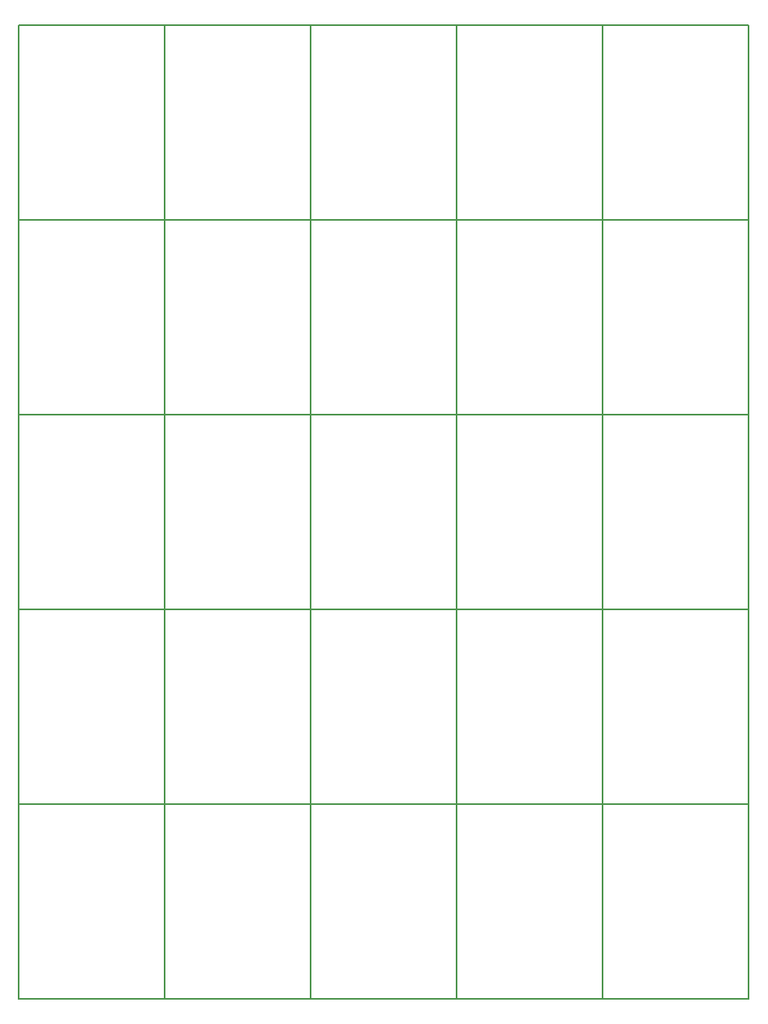
<source format=gbr>
G04 DipTrace 3.3.1.3*
G04 BoardOutline.gbr*
%MOIN*%
G04 #@! TF.FileFunction,Profile*
G04 #@! TF.Part,Single*
%ADD11C,0.005512*%
%FSLAX26Y26*%
G04*
G70*
G90*
G75*
G01*
G04 BoardOutline*
%LPD*%
X393700Y393700D2*
D11*
Y418700D1*
Y1193700D1*
X993700D1*
Y393700D1*
X393700D1*
X993700D2*
Y418700D1*
Y1193700D1*
X1593700D1*
Y393700D1*
X993700D1*
X1593700D2*
Y418700D1*
Y1193700D1*
X2193700D1*
Y393700D1*
X1593700D1*
X2193700D2*
Y418700D1*
Y1193700D1*
X2793700D1*
Y393700D1*
X2193700D1*
X2793700D2*
Y418700D1*
Y1193700D1*
X3393700D1*
Y393700D1*
X2793700D1*
X393700Y1193700D2*
Y1218700D1*
Y1993700D1*
X993700D1*
Y1193700D1*
X393700D1*
X993700D2*
Y1218700D1*
Y1993700D1*
X1593700D1*
Y1193700D1*
X993700D1*
X1593700D2*
Y1218700D1*
Y1993700D1*
X2193700D1*
Y1193700D1*
X1593700D1*
X2193700D2*
Y1218700D1*
Y1993700D1*
X2793700D1*
Y1193700D1*
X2193700D1*
X2793700D2*
Y1218700D1*
Y1993700D1*
X3393700D1*
Y1193700D1*
X2793700D1*
X393700Y1993700D2*
Y2018700D1*
Y2793700D1*
X993700D1*
Y1993700D1*
X393700D1*
X993700D2*
Y2018700D1*
Y2793700D1*
X1593700D1*
Y1993700D1*
X993700D1*
X1593700D2*
Y2018700D1*
Y2793700D1*
X2193700D1*
Y1993700D1*
X1593700D1*
X2193700D2*
Y2018700D1*
Y2793700D1*
X2793700D1*
Y1993700D1*
X2193700D1*
X2793700D2*
Y2018700D1*
Y2793700D1*
X3393700D1*
Y1993700D1*
X2793700D1*
X393700Y2793700D2*
Y2818700D1*
Y3593700D1*
X993700D1*
Y2793700D1*
X393700D1*
X993700D2*
Y2818700D1*
Y3593700D1*
X1593700D1*
Y2793700D1*
X993700D1*
X1593700D2*
Y2818700D1*
Y3593700D1*
X2193700D1*
Y2793700D1*
X1593700D1*
X2193700D2*
Y2818700D1*
Y3593700D1*
X2793700D1*
Y2793700D1*
X2193700D1*
X2793700D2*
Y2818700D1*
Y3593700D1*
X3393700D1*
Y2793700D1*
X2793700D1*
X393700Y3593700D2*
Y3618700D1*
Y4393700D1*
X993700D1*
Y3593700D1*
X393700D1*
X993700D2*
Y3618700D1*
Y4393700D1*
X1593700D1*
Y3593700D1*
X993700D1*
X1593700D2*
Y3618700D1*
Y4393700D1*
X2193700D1*
Y3593700D1*
X1593700D1*
X2193700D2*
Y3618700D1*
Y4393700D1*
X2793700D1*
Y3593700D1*
X2193700D1*
X2793700D2*
Y3618700D1*
Y4393700D1*
X3393700D1*
Y3593700D1*
X2793700D1*
M02*

</source>
